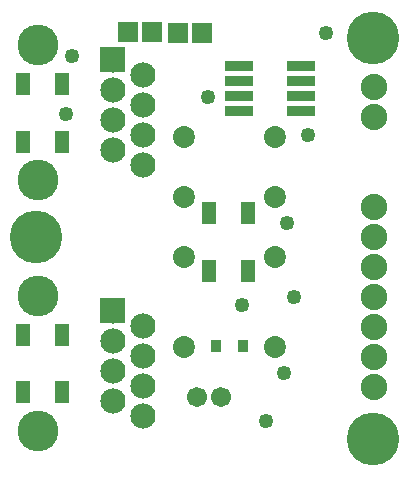
<source format=gbs>
G04 MADE WITH FRITZING*
G04 WWW.FRITZING.ORG*
G04 DOUBLE SIDED*
G04 HOLES PLATED*
G04 CONTOUR ON CENTER OF CONTOUR VECTOR*
%ASAXBY*%
%FSLAX23Y23*%
%MOIN*%
%OFA0B0*%
%SFA1.0B1.0*%
%ADD10C,0.049370*%
%ADD11C,0.084000*%
%ADD12C,0.135984*%
%ADD13C,0.067000*%
%ADD14C,0.088000*%
%ADD15C,0.073221*%
%ADD16C,0.175354*%
%ADD17R,0.034803X0.042677*%
%ADD18R,0.050236X0.077069*%
%ADD19R,0.050222X0.077069*%
%ADD20R,0.050236X0.077083*%
%ADD21R,0.050222X0.077056*%
%ADD22R,0.097000X0.034000*%
%ADD23R,0.065118X0.069055*%
%ADD24R,0.001000X0.001000*%
%LNMASK0*%
G90*
G70*
G54D10*
X1075Y1140D03*
G54D11*
X524Y203D03*
X424Y253D03*
X524Y303D03*
X524Y403D03*
X524Y503D03*
X424Y353D03*
X424Y453D03*
X424Y553D03*
G54D12*
X174Y603D03*
X174Y153D03*
G54D11*
X523Y1040D03*
X423Y1090D03*
X523Y1140D03*
X523Y1240D03*
X523Y1340D03*
X423Y1190D03*
X423Y1290D03*
X423Y1390D03*
G54D12*
X173Y1440D03*
X173Y990D03*
G54D13*
X782Y265D03*
X703Y265D03*
G54D10*
X286Y1404D03*
X267Y1208D03*
X739Y1267D03*
G54D14*
X1295Y1300D03*
X1295Y1200D03*
G54D10*
X1134Y1480D03*
G54D14*
X1294Y898D03*
X1294Y798D03*
X1294Y698D03*
X1294Y598D03*
X1294Y498D03*
X1294Y398D03*
X1294Y298D03*
G54D10*
X855Y573D03*
X932Y186D03*
X993Y346D03*
G54D15*
X963Y734D03*
X660Y1133D03*
X660Y934D03*
X660Y734D03*
X660Y434D03*
X963Y434D03*
X963Y934D03*
X963Y1133D03*
G54D16*
X167Y799D03*
X1291Y1464D03*
X1291Y125D03*
G54D10*
X1003Y847D03*
X1028Y600D03*
G54D17*
X858Y435D03*
X767Y435D03*
G54D18*
X124Y282D03*
G54D19*
X253Y282D03*
G54D20*
X124Y474D03*
G54D21*
X253Y474D03*
G54D18*
X122Y1117D03*
G54D19*
X252Y1116D03*
G54D20*
X122Y1309D03*
G54D21*
X252Y1309D03*
G54D18*
X872Y878D03*
G54D19*
X742Y878D03*
G54D20*
X872Y685D03*
G54D21*
X742Y685D03*
G54D22*
X844Y1218D03*
X844Y1268D03*
X844Y1318D03*
X844Y1368D03*
X1050Y1368D03*
X1050Y1318D03*
X1050Y1268D03*
X1050Y1218D03*
G54D23*
X721Y1480D03*
X640Y1480D03*
X555Y1484D03*
X474Y1484D03*
G54D24*
X381Y1433D02*
X463Y1433D01*
X381Y1432D02*
X463Y1432D01*
X381Y1431D02*
X463Y1431D01*
X381Y1430D02*
X463Y1430D01*
X381Y1429D02*
X463Y1429D01*
X381Y1428D02*
X463Y1428D01*
X381Y1427D02*
X463Y1427D01*
X381Y1426D02*
X463Y1426D01*
X381Y1425D02*
X463Y1425D01*
X381Y1424D02*
X463Y1424D01*
X381Y1423D02*
X463Y1423D01*
X381Y1422D02*
X463Y1422D01*
X381Y1421D02*
X463Y1421D01*
X381Y1420D02*
X463Y1420D01*
X381Y1419D02*
X463Y1419D01*
X381Y1418D02*
X463Y1418D01*
X381Y1417D02*
X463Y1417D01*
X381Y1416D02*
X463Y1416D01*
X381Y1415D02*
X463Y1415D01*
X381Y1414D02*
X463Y1414D01*
X381Y1413D02*
X463Y1413D01*
X381Y1412D02*
X463Y1412D01*
X381Y1411D02*
X463Y1411D01*
X381Y1410D02*
X463Y1410D01*
X381Y1409D02*
X463Y1409D01*
X381Y1408D02*
X463Y1408D01*
X381Y1407D02*
X463Y1407D01*
X381Y1406D02*
X421Y1406D01*
X423Y1406D02*
X463Y1406D01*
X381Y1405D02*
X416Y1405D01*
X428Y1405D02*
X463Y1405D01*
X381Y1404D02*
X414Y1404D01*
X430Y1404D02*
X463Y1404D01*
X381Y1403D02*
X413Y1403D01*
X431Y1403D02*
X463Y1403D01*
X381Y1402D02*
X411Y1402D01*
X433Y1402D02*
X463Y1402D01*
X381Y1401D02*
X410Y1401D01*
X434Y1401D02*
X463Y1401D01*
X381Y1400D02*
X410Y1400D01*
X434Y1400D02*
X463Y1400D01*
X381Y1399D02*
X409Y1399D01*
X435Y1399D02*
X463Y1399D01*
X381Y1398D02*
X408Y1398D01*
X436Y1398D02*
X463Y1398D01*
X381Y1397D02*
X408Y1397D01*
X436Y1397D02*
X463Y1397D01*
X381Y1396D02*
X408Y1396D01*
X436Y1396D02*
X463Y1396D01*
X381Y1395D02*
X407Y1395D01*
X437Y1395D02*
X463Y1395D01*
X381Y1394D02*
X407Y1394D01*
X437Y1394D02*
X463Y1394D01*
X381Y1393D02*
X407Y1393D01*
X437Y1393D02*
X463Y1393D01*
X381Y1392D02*
X407Y1392D01*
X437Y1392D02*
X463Y1392D01*
X381Y1391D02*
X407Y1391D01*
X437Y1391D02*
X463Y1391D01*
X381Y1390D02*
X407Y1390D01*
X437Y1390D02*
X463Y1390D01*
X381Y1389D02*
X407Y1389D01*
X437Y1389D02*
X463Y1389D01*
X381Y1388D02*
X407Y1388D01*
X437Y1388D02*
X463Y1388D01*
X381Y1387D02*
X407Y1387D01*
X437Y1387D02*
X463Y1387D01*
X381Y1386D02*
X408Y1386D01*
X436Y1386D02*
X463Y1386D01*
X381Y1385D02*
X408Y1385D01*
X436Y1385D02*
X463Y1385D01*
X381Y1384D02*
X409Y1384D01*
X435Y1384D02*
X463Y1384D01*
X381Y1383D02*
X409Y1383D01*
X435Y1383D02*
X463Y1383D01*
X381Y1382D02*
X410Y1382D01*
X434Y1382D02*
X463Y1382D01*
X381Y1381D02*
X411Y1381D01*
X433Y1381D02*
X463Y1381D01*
X381Y1380D02*
X412Y1380D01*
X432Y1380D02*
X463Y1380D01*
X381Y1379D02*
X414Y1379D01*
X430Y1379D02*
X463Y1379D01*
X381Y1378D02*
X415Y1378D01*
X429Y1378D02*
X463Y1378D01*
X381Y1377D02*
X418Y1377D01*
X426Y1377D02*
X463Y1377D01*
X381Y1376D02*
X463Y1376D01*
X381Y1375D02*
X463Y1375D01*
X381Y1374D02*
X463Y1374D01*
X381Y1373D02*
X463Y1373D01*
X381Y1372D02*
X463Y1372D01*
X381Y1371D02*
X463Y1371D01*
X381Y1370D02*
X463Y1370D01*
X381Y1369D02*
X463Y1369D01*
X381Y1368D02*
X463Y1368D01*
X381Y1367D02*
X463Y1367D01*
X381Y1366D02*
X463Y1366D01*
X381Y1365D02*
X463Y1365D01*
X381Y1364D02*
X463Y1364D01*
X381Y1363D02*
X463Y1363D01*
X381Y1362D02*
X463Y1362D01*
X381Y1361D02*
X463Y1361D01*
X381Y1360D02*
X463Y1360D01*
X381Y1359D02*
X463Y1359D01*
X381Y1358D02*
X463Y1358D01*
X381Y1357D02*
X463Y1357D01*
X381Y1356D02*
X463Y1356D01*
X381Y1355D02*
X463Y1355D01*
X381Y1354D02*
X463Y1354D01*
X381Y1353D02*
X463Y1353D01*
X381Y1352D02*
X463Y1352D01*
X381Y1351D02*
X463Y1351D01*
X381Y1350D02*
X463Y1350D01*
X381Y596D02*
X464Y596D01*
X381Y595D02*
X464Y595D01*
X381Y594D02*
X464Y594D01*
X381Y593D02*
X464Y593D01*
X381Y592D02*
X464Y592D01*
X381Y591D02*
X464Y591D01*
X381Y590D02*
X464Y590D01*
X381Y589D02*
X464Y589D01*
X381Y588D02*
X464Y588D01*
X381Y587D02*
X464Y587D01*
X381Y586D02*
X464Y586D01*
X381Y585D02*
X464Y585D01*
X381Y584D02*
X464Y584D01*
X381Y583D02*
X464Y583D01*
X381Y582D02*
X464Y582D01*
X381Y581D02*
X464Y581D01*
X381Y580D02*
X464Y580D01*
X381Y579D02*
X464Y579D01*
X381Y578D02*
X464Y578D01*
X381Y577D02*
X464Y577D01*
X381Y576D02*
X464Y576D01*
X381Y575D02*
X464Y575D01*
X381Y574D02*
X464Y574D01*
X381Y573D02*
X464Y573D01*
X381Y572D02*
X464Y572D01*
X381Y571D02*
X464Y571D01*
X381Y570D02*
X464Y570D01*
X381Y569D02*
X422Y569D01*
X424Y569D02*
X464Y569D01*
X381Y568D02*
X417Y568D01*
X429Y568D02*
X464Y568D01*
X381Y567D02*
X415Y567D01*
X431Y567D02*
X464Y567D01*
X381Y566D02*
X413Y566D01*
X432Y566D02*
X464Y566D01*
X381Y565D02*
X412Y565D01*
X433Y565D02*
X464Y565D01*
X381Y564D02*
X411Y564D01*
X434Y564D02*
X464Y564D01*
X381Y563D02*
X410Y563D01*
X435Y563D02*
X464Y563D01*
X381Y562D02*
X410Y562D01*
X436Y562D02*
X464Y562D01*
X381Y561D02*
X409Y561D01*
X436Y561D02*
X464Y561D01*
X381Y560D02*
X409Y560D01*
X437Y560D02*
X464Y560D01*
X381Y559D02*
X408Y559D01*
X437Y559D02*
X464Y559D01*
X381Y558D02*
X408Y558D01*
X438Y558D02*
X464Y558D01*
X381Y557D02*
X408Y557D01*
X438Y557D02*
X464Y557D01*
X381Y556D02*
X408Y556D01*
X438Y556D02*
X464Y556D01*
X381Y555D02*
X408Y555D01*
X438Y555D02*
X464Y555D01*
X381Y554D02*
X408Y554D01*
X438Y554D02*
X464Y554D01*
X381Y553D02*
X408Y553D01*
X438Y553D02*
X464Y553D01*
X381Y552D02*
X408Y552D01*
X438Y552D02*
X464Y552D01*
X381Y551D02*
X408Y551D01*
X438Y551D02*
X464Y551D01*
X381Y550D02*
X408Y550D01*
X437Y550D02*
X464Y550D01*
X381Y549D02*
X409Y549D01*
X437Y549D02*
X464Y549D01*
X381Y548D02*
X409Y548D01*
X437Y548D02*
X464Y548D01*
X381Y547D02*
X410Y547D01*
X436Y547D02*
X464Y547D01*
X381Y546D02*
X410Y546D01*
X435Y546D02*
X464Y546D01*
X381Y545D02*
X411Y545D01*
X435Y545D02*
X464Y545D01*
X381Y544D02*
X412Y544D01*
X434Y544D02*
X464Y544D01*
X381Y543D02*
X413Y543D01*
X433Y543D02*
X464Y543D01*
X381Y542D02*
X414Y542D01*
X431Y542D02*
X464Y542D01*
X381Y541D02*
X416Y541D01*
X430Y541D02*
X464Y541D01*
X381Y540D02*
X419Y540D01*
X427Y540D02*
X464Y540D01*
X381Y539D02*
X464Y539D01*
X381Y538D02*
X464Y538D01*
X381Y537D02*
X464Y537D01*
X381Y536D02*
X464Y536D01*
X381Y535D02*
X464Y535D01*
X381Y534D02*
X464Y534D01*
X381Y533D02*
X464Y533D01*
X381Y532D02*
X464Y532D01*
X381Y531D02*
X464Y531D01*
X381Y530D02*
X464Y530D01*
X381Y529D02*
X464Y529D01*
X381Y528D02*
X464Y528D01*
X381Y527D02*
X464Y527D01*
X381Y526D02*
X464Y526D01*
X381Y525D02*
X464Y525D01*
X381Y524D02*
X464Y524D01*
X381Y523D02*
X464Y523D01*
X381Y522D02*
X464Y522D01*
X381Y521D02*
X464Y521D01*
X381Y520D02*
X464Y520D01*
X381Y519D02*
X464Y519D01*
X381Y518D02*
X464Y518D01*
X381Y517D02*
X464Y517D01*
X381Y516D02*
X464Y516D01*
X381Y515D02*
X464Y515D01*
X381Y514D02*
X464Y514D01*
X381Y513D02*
X464Y513D01*
D02*
G04 End of Mask0*
M02*
</source>
